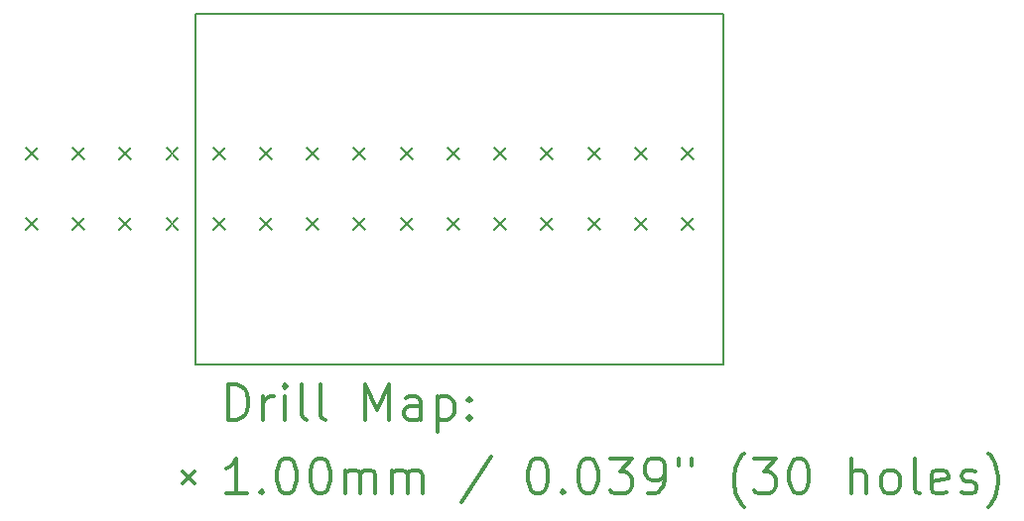
<source format=gbr>
%FSLAX45Y45*%
G04 Gerber Fmt 4.5, Leading zero omitted, Abs format (unit mm)*
G04 Created by KiCad (PCBNEW no-vcs-found-7434~57~ubuntu16.04.1) date Sat Jan  7 23:10:37 2017*
%MOMM*%
%LPD*%
G01*
G04 APERTURE LIST*
%ADD10C,0.127000*%
%ADD11C,0.150000*%
%ADD12C,0.200000*%
%ADD13C,0.300000*%
G04 APERTURE END LIST*
D10*
D11*
X11500000Y-13100000D02*
X11500000Y-10100000D01*
X16000000Y-13100000D02*
X11500000Y-13100000D01*
X16000000Y-10100000D02*
X16000000Y-13100000D01*
X11500000Y-10100000D02*
X16000000Y-10100000D01*
D12*
X10050000Y-11250000D02*
X10150000Y-11350000D01*
X10150000Y-11250000D02*
X10050000Y-11350000D01*
X10050000Y-11850000D02*
X10150000Y-11950000D01*
X10150000Y-11850000D02*
X10050000Y-11950000D01*
X10450000Y-11250000D02*
X10550000Y-11350000D01*
X10550000Y-11250000D02*
X10450000Y-11350000D01*
X10450000Y-11850000D02*
X10550000Y-11950000D01*
X10550000Y-11850000D02*
X10450000Y-11950000D01*
X10850000Y-11250000D02*
X10950000Y-11350000D01*
X10950000Y-11250000D02*
X10850000Y-11350000D01*
X10850000Y-11850000D02*
X10950000Y-11950000D01*
X10950000Y-11850000D02*
X10850000Y-11950000D01*
X11250000Y-11250000D02*
X11350000Y-11350000D01*
X11350000Y-11250000D02*
X11250000Y-11350000D01*
X11250000Y-11850000D02*
X11350000Y-11950000D01*
X11350000Y-11850000D02*
X11250000Y-11950000D01*
X11650000Y-11250000D02*
X11750000Y-11350000D01*
X11750000Y-11250000D02*
X11650000Y-11350000D01*
X11650000Y-11850000D02*
X11750000Y-11950000D01*
X11750000Y-11850000D02*
X11650000Y-11950000D01*
X12050000Y-11250000D02*
X12150000Y-11350000D01*
X12150000Y-11250000D02*
X12050000Y-11350000D01*
X12050000Y-11850000D02*
X12150000Y-11950000D01*
X12150000Y-11850000D02*
X12050000Y-11950000D01*
X12450000Y-11250000D02*
X12550000Y-11350000D01*
X12550000Y-11250000D02*
X12450000Y-11350000D01*
X12450000Y-11850000D02*
X12550000Y-11950000D01*
X12550000Y-11850000D02*
X12450000Y-11950000D01*
X12850000Y-11250000D02*
X12950000Y-11350000D01*
X12950000Y-11250000D02*
X12850000Y-11350000D01*
X12850000Y-11850000D02*
X12950000Y-11950000D01*
X12950000Y-11850000D02*
X12850000Y-11950000D01*
X13250000Y-11250000D02*
X13350000Y-11350000D01*
X13350000Y-11250000D02*
X13250000Y-11350000D01*
X13250000Y-11850000D02*
X13350000Y-11950000D01*
X13350000Y-11850000D02*
X13250000Y-11950000D01*
X13650000Y-11250000D02*
X13750000Y-11350000D01*
X13750000Y-11250000D02*
X13650000Y-11350000D01*
X13650000Y-11850000D02*
X13750000Y-11950000D01*
X13750000Y-11850000D02*
X13650000Y-11950000D01*
X14050000Y-11250000D02*
X14150000Y-11350000D01*
X14150000Y-11250000D02*
X14050000Y-11350000D01*
X14050000Y-11850000D02*
X14150000Y-11950000D01*
X14150000Y-11850000D02*
X14050000Y-11950000D01*
X14450000Y-11250000D02*
X14550000Y-11350000D01*
X14550000Y-11250000D02*
X14450000Y-11350000D01*
X14450000Y-11850000D02*
X14550000Y-11950000D01*
X14550000Y-11850000D02*
X14450000Y-11950000D01*
X14850000Y-11250000D02*
X14950000Y-11350000D01*
X14950000Y-11250000D02*
X14850000Y-11350000D01*
X14850000Y-11850000D02*
X14950000Y-11950000D01*
X14950000Y-11850000D02*
X14850000Y-11950000D01*
X15250000Y-11250000D02*
X15350000Y-11350000D01*
X15350000Y-11250000D02*
X15250000Y-11350000D01*
X15250000Y-11850000D02*
X15350000Y-11950000D01*
X15350000Y-11850000D02*
X15250000Y-11950000D01*
X15650000Y-11250000D02*
X15750000Y-11350000D01*
X15750000Y-11250000D02*
X15650000Y-11350000D01*
X15650000Y-11850000D02*
X15750000Y-11950000D01*
X15750000Y-11850000D02*
X15650000Y-11950000D01*
D13*
X11778928Y-13573214D02*
X11778928Y-13273214D01*
X11850357Y-13273214D01*
X11893214Y-13287500D01*
X11921786Y-13316071D01*
X11936071Y-13344643D01*
X11950357Y-13401786D01*
X11950357Y-13444643D01*
X11936071Y-13501786D01*
X11921786Y-13530357D01*
X11893214Y-13558929D01*
X11850357Y-13573214D01*
X11778928Y-13573214D01*
X12078928Y-13573214D02*
X12078928Y-13373214D01*
X12078928Y-13430357D02*
X12093214Y-13401786D01*
X12107500Y-13387500D01*
X12136071Y-13373214D01*
X12164643Y-13373214D01*
X12264643Y-13573214D02*
X12264643Y-13373214D01*
X12264643Y-13273214D02*
X12250357Y-13287500D01*
X12264643Y-13301786D01*
X12278928Y-13287500D01*
X12264643Y-13273214D01*
X12264643Y-13301786D01*
X12450357Y-13573214D02*
X12421786Y-13558929D01*
X12407500Y-13530357D01*
X12407500Y-13273214D01*
X12607500Y-13573214D02*
X12578928Y-13558929D01*
X12564643Y-13530357D01*
X12564643Y-13273214D01*
X12950357Y-13573214D02*
X12950357Y-13273214D01*
X13050357Y-13487500D01*
X13150357Y-13273214D01*
X13150357Y-13573214D01*
X13421786Y-13573214D02*
X13421786Y-13416071D01*
X13407500Y-13387500D01*
X13378928Y-13373214D01*
X13321786Y-13373214D01*
X13293214Y-13387500D01*
X13421786Y-13558929D02*
X13393214Y-13573214D01*
X13321786Y-13573214D01*
X13293214Y-13558929D01*
X13278928Y-13530357D01*
X13278928Y-13501786D01*
X13293214Y-13473214D01*
X13321786Y-13458929D01*
X13393214Y-13458929D01*
X13421786Y-13444643D01*
X13564643Y-13373214D02*
X13564643Y-13673214D01*
X13564643Y-13387500D02*
X13593214Y-13373214D01*
X13650357Y-13373214D01*
X13678928Y-13387500D01*
X13693214Y-13401786D01*
X13707500Y-13430357D01*
X13707500Y-13516071D01*
X13693214Y-13544643D01*
X13678928Y-13558929D01*
X13650357Y-13573214D01*
X13593214Y-13573214D01*
X13564643Y-13558929D01*
X13836071Y-13544643D02*
X13850357Y-13558929D01*
X13836071Y-13573214D01*
X13821786Y-13558929D01*
X13836071Y-13544643D01*
X13836071Y-13573214D01*
X13836071Y-13387500D02*
X13850357Y-13401786D01*
X13836071Y-13416071D01*
X13821786Y-13401786D01*
X13836071Y-13387500D01*
X13836071Y-13416071D01*
X11392500Y-14017500D02*
X11492500Y-14117500D01*
X11492500Y-14017500D02*
X11392500Y-14117500D01*
X11936071Y-14203214D02*
X11764643Y-14203214D01*
X11850357Y-14203214D02*
X11850357Y-13903214D01*
X11821786Y-13946071D01*
X11793214Y-13974643D01*
X11764643Y-13988929D01*
X12064643Y-14174643D02*
X12078928Y-14188929D01*
X12064643Y-14203214D01*
X12050357Y-14188929D01*
X12064643Y-14174643D01*
X12064643Y-14203214D01*
X12264643Y-13903214D02*
X12293214Y-13903214D01*
X12321786Y-13917500D01*
X12336071Y-13931786D01*
X12350357Y-13960357D01*
X12364643Y-14017500D01*
X12364643Y-14088929D01*
X12350357Y-14146071D01*
X12336071Y-14174643D01*
X12321786Y-14188929D01*
X12293214Y-14203214D01*
X12264643Y-14203214D01*
X12236071Y-14188929D01*
X12221786Y-14174643D01*
X12207500Y-14146071D01*
X12193214Y-14088929D01*
X12193214Y-14017500D01*
X12207500Y-13960357D01*
X12221786Y-13931786D01*
X12236071Y-13917500D01*
X12264643Y-13903214D01*
X12550357Y-13903214D02*
X12578928Y-13903214D01*
X12607500Y-13917500D01*
X12621786Y-13931786D01*
X12636071Y-13960357D01*
X12650357Y-14017500D01*
X12650357Y-14088929D01*
X12636071Y-14146071D01*
X12621786Y-14174643D01*
X12607500Y-14188929D01*
X12578928Y-14203214D01*
X12550357Y-14203214D01*
X12521786Y-14188929D01*
X12507500Y-14174643D01*
X12493214Y-14146071D01*
X12478928Y-14088929D01*
X12478928Y-14017500D01*
X12493214Y-13960357D01*
X12507500Y-13931786D01*
X12521786Y-13917500D01*
X12550357Y-13903214D01*
X12778928Y-14203214D02*
X12778928Y-14003214D01*
X12778928Y-14031786D02*
X12793214Y-14017500D01*
X12821786Y-14003214D01*
X12864643Y-14003214D01*
X12893214Y-14017500D01*
X12907500Y-14046071D01*
X12907500Y-14203214D01*
X12907500Y-14046071D02*
X12921786Y-14017500D01*
X12950357Y-14003214D01*
X12993214Y-14003214D01*
X13021786Y-14017500D01*
X13036071Y-14046071D01*
X13036071Y-14203214D01*
X13178928Y-14203214D02*
X13178928Y-14003214D01*
X13178928Y-14031786D02*
X13193214Y-14017500D01*
X13221786Y-14003214D01*
X13264643Y-14003214D01*
X13293214Y-14017500D01*
X13307500Y-14046071D01*
X13307500Y-14203214D01*
X13307500Y-14046071D02*
X13321786Y-14017500D01*
X13350357Y-14003214D01*
X13393214Y-14003214D01*
X13421786Y-14017500D01*
X13436071Y-14046071D01*
X13436071Y-14203214D01*
X14021786Y-13888929D02*
X13764643Y-14274643D01*
X14407500Y-13903214D02*
X14436071Y-13903214D01*
X14464643Y-13917500D01*
X14478928Y-13931786D01*
X14493214Y-13960357D01*
X14507500Y-14017500D01*
X14507500Y-14088929D01*
X14493214Y-14146071D01*
X14478928Y-14174643D01*
X14464643Y-14188929D01*
X14436071Y-14203214D01*
X14407500Y-14203214D01*
X14378928Y-14188929D01*
X14364643Y-14174643D01*
X14350357Y-14146071D01*
X14336071Y-14088929D01*
X14336071Y-14017500D01*
X14350357Y-13960357D01*
X14364643Y-13931786D01*
X14378928Y-13917500D01*
X14407500Y-13903214D01*
X14636071Y-14174643D02*
X14650357Y-14188929D01*
X14636071Y-14203214D01*
X14621786Y-14188929D01*
X14636071Y-14174643D01*
X14636071Y-14203214D01*
X14836071Y-13903214D02*
X14864643Y-13903214D01*
X14893214Y-13917500D01*
X14907500Y-13931786D01*
X14921786Y-13960357D01*
X14936071Y-14017500D01*
X14936071Y-14088929D01*
X14921786Y-14146071D01*
X14907500Y-14174643D01*
X14893214Y-14188929D01*
X14864643Y-14203214D01*
X14836071Y-14203214D01*
X14807500Y-14188929D01*
X14793214Y-14174643D01*
X14778928Y-14146071D01*
X14764643Y-14088929D01*
X14764643Y-14017500D01*
X14778928Y-13960357D01*
X14793214Y-13931786D01*
X14807500Y-13917500D01*
X14836071Y-13903214D01*
X15036071Y-13903214D02*
X15221786Y-13903214D01*
X15121786Y-14017500D01*
X15164643Y-14017500D01*
X15193214Y-14031786D01*
X15207500Y-14046071D01*
X15221786Y-14074643D01*
X15221786Y-14146071D01*
X15207500Y-14174643D01*
X15193214Y-14188929D01*
X15164643Y-14203214D01*
X15078928Y-14203214D01*
X15050357Y-14188929D01*
X15036071Y-14174643D01*
X15364643Y-14203214D02*
X15421786Y-14203214D01*
X15450357Y-14188929D01*
X15464643Y-14174643D01*
X15493214Y-14131786D01*
X15507500Y-14074643D01*
X15507500Y-13960357D01*
X15493214Y-13931786D01*
X15478928Y-13917500D01*
X15450357Y-13903214D01*
X15393214Y-13903214D01*
X15364643Y-13917500D01*
X15350357Y-13931786D01*
X15336071Y-13960357D01*
X15336071Y-14031786D01*
X15350357Y-14060357D01*
X15364643Y-14074643D01*
X15393214Y-14088929D01*
X15450357Y-14088929D01*
X15478928Y-14074643D01*
X15493214Y-14060357D01*
X15507500Y-14031786D01*
X15621786Y-13903214D02*
X15621786Y-13960357D01*
X15736071Y-13903214D02*
X15736071Y-13960357D01*
X16178928Y-14317500D02*
X16164643Y-14303214D01*
X16136071Y-14260357D01*
X16121786Y-14231786D01*
X16107500Y-14188929D01*
X16093214Y-14117500D01*
X16093214Y-14060357D01*
X16107500Y-13988929D01*
X16121786Y-13946071D01*
X16136071Y-13917500D01*
X16164643Y-13874643D01*
X16178928Y-13860357D01*
X16264643Y-13903214D02*
X16450357Y-13903214D01*
X16350357Y-14017500D01*
X16393214Y-14017500D01*
X16421786Y-14031786D01*
X16436071Y-14046071D01*
X16450357Y-14074643D01*
X16450357Y-14146071D01*
X16436071Y-14174643D01*
X16421786Y-14188929D01*
X16393214Y-14203214D01*
X16307500Y-14203214D01*
X16278928Y-14188929D01*
X16264643Y-14174643D01*
X16636071Y-13903214D02*
X16664643Y-13903214D01*
X16693214Y-13917500D01*
X16707500Y-13931786D01*
X16721786Y-13960357D01*
X16736071Y-14017500D01*
X16736071Y-14088929D01*
X16721786Y-14146071D01*
X16707500Y-14174643D01*
X16693214Y-14188929D01*
X16664643Y-14203214D01*
X16636071Y-14203214D01*
X16607500Y-14188929D01*
X16593214Y-14174643D01*
X16578928Y-14146071D01*
X16564643Y-14088929D01*
X16564643Y-14017500D01*
X16578928Y-13960357D01*
X16593214Y-13931786D01*
X16607500Y-13917500D01*
X16636071Y-13903214D01*
X17093214Y-14203214D02*
X17093214Y-13903214D01*
X17221786Y-14203214D02*
X17221786Y-14046071D01*
X17207500Y-14017500D01*
X17178928Y-14003214D01*
X17136071Y-14003214D01*
X17107500Y-14017500D01*
X17093214Y-14031786D01*
X17407500Y-14203214D02*
X17378928Y-14188929D01*
X17364643Y-14174643D01*
X17350357Y-14146071D01*
X17350357Y-14060357D01*
X17364643Y-14031786D01*
X17378928Y-14017500D01*
X17407500Y-14003214D01*
X17450357Y-14003214D01*
X17478928Y-14017500D01*
X17493214Y-14031786D01*
X17507500Y-14060357D01*
X17507500Y-14146071D01*
X17493214Y-14174643D01*
X17478928Y-14188929D01*
X17450357Y-14203214D01*
X17407500Y-14203214D01*
X17678928Y-14203214D02*
X17650357Y-14188929D01*
X17636071Y-14160357D01*
X17636071Y-13903214D01*
X17907500Y-14188929D02*
X17878928Y-14203214D01*
X17821786Y-14203214D01*
X17793214Y-14188929D01*
X17778928Y-14160357D01*
X17778928Y-14046071D01*
X17793214Y-14017500D01*
X17821786Y-14003214D01*
X17878928Y-14003214D01*
X17907500Y-14017500D01*
X17921786Y-14046071D01*
X17921786Y-14074643D01*
X17778928Y-14103214D01*
X18036071Y-14188929D02*
X18064643Y-14203214D01*
X18121786Y-14203214D01*
X18150357Y-14188929D01*
X18164643Y-14160357D01*
X18164643Y-14146071D01*
X18150357Y-14117500D01*
X18121786Y-14103214D01*
X18078928Y-14103214D01*
X18050357Y-14088929D01*
X18036071Y-14060357D01*
X18036071Y-14046071D01*
X18050357Y-14017500D01*
X18078928Y-14003214D01*
X18121786Y-14003214D01*
X18150357Y-14017500D01*
X18264643Y-14317500D02*
X18278928Y-14303214D01*
X18307500Y-14260357D01*
X18321786Y-14231786D01*
X18336071Y-14188929D01*
X18350357Y-14117500D01*
X18350357Y-14060357D01*
X18336071Y-13988929D01*
X18321786Y-13946071D01*
X18307500Y-13917500D01*
X18278928Y-13874643D01*
X18264643Y-13860357D01*
M02*

</source>
